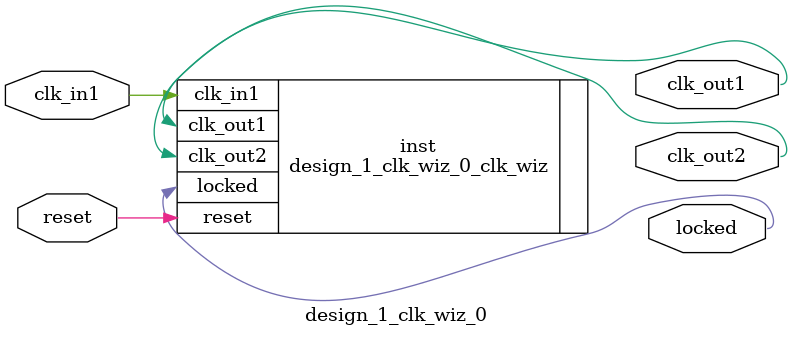
<source format=v>


`timescale 1ps/1ps

(* CORE_GENERATION_INFO = "design_1_clk_wiz_0,clk_wiz_v5_4_3_0,{component_name=design_1_clk_wiz_0,use_phase_alignment=true,use_min_o_jitter=false,use_max_i_jitter=false,use_dyn_phase_shift=false,use_inclk_switchover=false,use_dyn_reconfig=false,enable_axi=0,feedback_source=FDBK_AUTO,PRIMITIVE=MMCM,num_out_clk=2,clkin1_period=10.000,clkin2_period=10.000,use_power_down=false,use_reset=true,use_locked=true,use_inclk_stopped=false,feedback_type=SINGLE,CLOCK_MGR_TYPE=NA,manual_override=false}" *)

module design_1_clk_wiz_0 
 (
  // Clock out ports
  output        clk_out1,
  output        clk_out2,
  // Status and control signals
  input         reset,
  output        locked,
 // Clock in ports
  input         clk_in1
 );

  design_1_clk_wiz_0_clk_wiz inst
  (
  // Clock out ports  
  .clk_out1(clk_out1),
  .clk_out2(clk_out2),
  // Status and control signals               
  .reset(reset), 
  .locked(locked),
 // Clock in ports
  .clk_in1(clk_in1)
  );

endmodule

</source>
